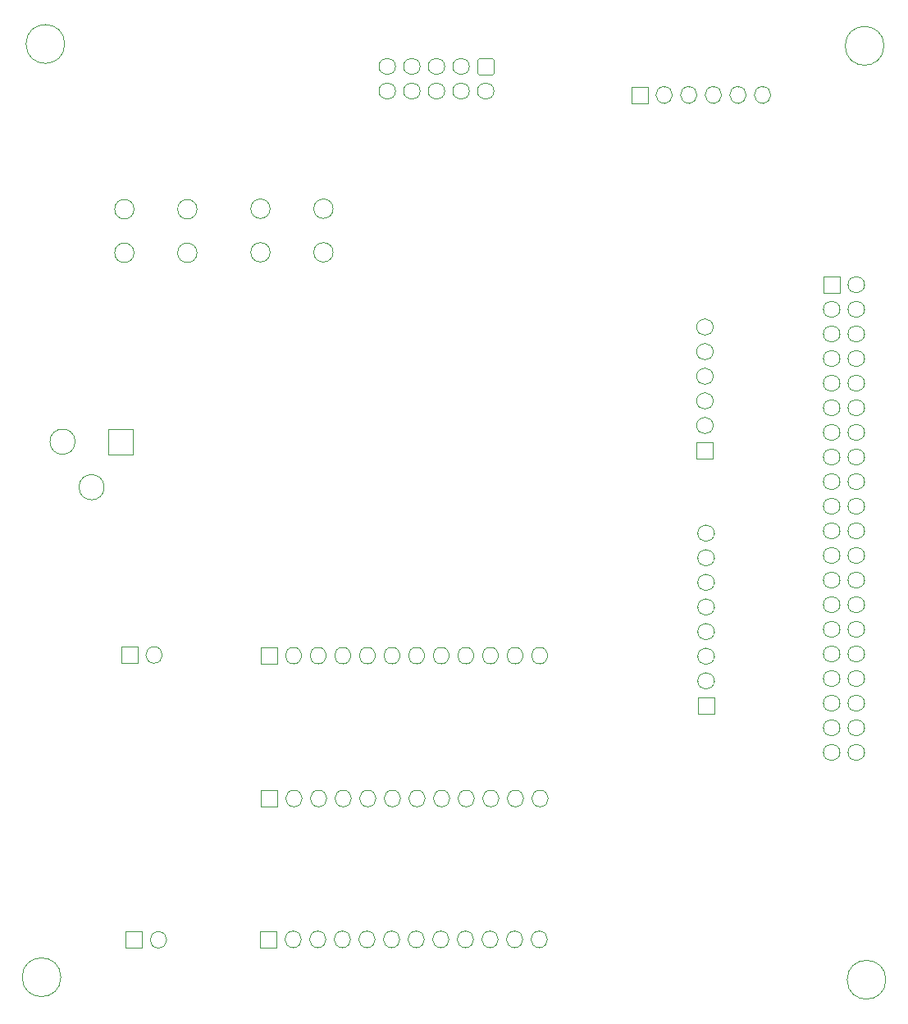
<source format=gbr>
%TF.GenerationSoftware,KiCad,Pcbnew,7.0.10*%
%TF.CreationDate,2024-03-07T12:21:26-07:00*%
%TF.ProjectId,Senior Design,53656e69-6f72-4204-9465-7369676e2e6b,rev?*%
%TF.SameCoordinates,Original*%
%TF.FileFunction,AssemblyDrawing,Bot*%
%FSLAX46Y46*%
G04 Gerber Fmt 4.6, Leading zero omitted, Abs format (unit mm)*
G04 Created by KiCad (PCBNEW 7.0.10) date 2024-03-07 12:21:26*
%MOMM*%
%LPD*%
G01*
G04 APERTURE LIST*
%ADD10C,0.100000*%
%ADD11C,0.100000*%
%TD*%
G04 APERTURE END LIST*
D10*
%TO.C,SENSOR1*%
X150730000Y-106160000D02*
X150730000Y-107860000D01*
X152430000Y-107860000D01*
X152430000Y-106160000D01*
X150730000Y-106160000D01*
X154120000Y-107860000D02*
X154120000Y-107860000D01*
X154120000Y-107860000D02*
G75*
G03*
X154120000Y-106160000I0J850000D01*
G01*
X154120000Y-106160000D02*
X154120000Y-106160000D01*
X154120000Y-106160000D02*
G75*
G03*
X154120000Y-107860000I0J-850000D01*
G01*
X156660000Y-107860000D02*
X156660000Y-107860000D01*
X156660000Y-107860000D02*
G75*
G03*
X156660000Y-106160000I0J850000D01*
G01*
X156660000Y-106160000D02*
X156660000Y-106160000D01*
X156660000Y-106160000D02*
G75*
G03*
X156660000Y-107860000I0J-850000D01*
G01*
X159200000Y-107860000D02*
X159200000Y-107860000D01*
X159200000Y-107860000D02*
G75*
G03*
X159200000Y-106160000I0J850000D01*
G01*
X159200000Y-106160000D02*
X159200000Y-106160000D01*
X159200000Y-106160000D02*
G75*
G03*
X159200000Y-107860000I0J-850000D01*
G01*
X161740000Y-107860000D02*
X161740000Y-107860000D01*
X161740000Y-107860000D02*
G75*
G03*
X161740000Y-106160000I0J850000D01*
G01*
X161740000Y-106160000D02*
X161740000Y-106160000D01*
X161740000Y-106160000D02*
G75*
G03*
X161740000Y-107860000I0J-850000D01*
G01*
X164280000Y-107860000D02*
X164280000Y-107860000D01*
X164280000Y-107860000D02*
G75*
G03*
X164280000Y-106160000I0J850000D01*
G01*
X164280000Y-106160000D02*
X164280000Y-106160000D01*
X164280000Y-106160000D02*
G75*
G03*
X164280000Y-107860000I0J-850000D01*
G01*
X166820000Y-107860000D02*
X166820000Y-107860000D01*
X166820000Y-107860000D02*
G75*
G03*
X166820000Y-106160000I0J850000D01*
G01*
X166820000Y-106160000D02*
X166820000Y-106160000D01*
X166820000Y-106160000D02*
G75*
G03*
X166820000Y-107860000I0J-850000D01*
G01*
X169360000Y-107860000D02*
X169360000Y-107860000D01*
X169360000Y-107860000D02*
G75*
G03*
X169360000Y-106160000I0J850000D01*
G01*
X169360000Y-106160000D02*
X169360000Y-106160000D01*
X169360000Y-106160000D02*
G75*
G03*
X169360000Y-107860000I0J-850000D01*
G01*
X171900000Y-107860000D02*
X171900000Y-107860000D01*
X171900000Y-107860000D02*
G75*
G03*
X171900000Y-106160000I0J850000D01*
G01*
X171900000Y-106160000D02*
X171900000Y-106160000D01*
X171900000Y-106160000D02*
G75*
G03*
X171900000Y-107860000I0J-850000D01*
G01*
X174440000Y-107860000D02*
X174440000Y-107860000D01*
X174440000Y-107860000D02*
G75*
G03*
X174440000Y-106160000I0J850000D01*
G01*
X174440000Y-106160000D02*
X174440000Y-106160000D01*
X174440000Y-106160000D02*
G75*
G03*
X174440000Y-107860000I0J-850000D01*
G01*
X176980000Y-107860000D02*
X176980000Y-107860000D01*
X176980000Y-107860000D02*
G75*
G03*
X176980000Y-106160000I0J850000D01*
G01*
X176980000Y-106160000D02*
X176980000Y-106160000D01*
X176980000Y-106160000D02*
G75*
G03*
X176980000Y-107860000I0J-850000D01*
G01*
X179520000Y-107860000D02*
X179520000Y-107860000D01*
X179520000Y-107860000D02*
G75*
G03*
X179520000Y-106160000I0J850000D01*
G01*
X179520000Y-106160000D02*
X179520000Y-106160000D01*
X179520000Y-106160000D02*
G75*
G03*
X179520000Y-107860000I0J-850000D01*
G01*
%TD*%
%TO.C,GOAL_BOT1*%
X136780000Y-135490000D02*
X136780000Y-137190000D01*
X138480000Y-137190000D01*
X138480000Y-135490000D01*
X136780000Y-135490000D01*
X140170000Y-137190000D02*
X140170000Y-137190000D01*
X140170000Y-137190000D02*
G75*
G03*
X140170000Y-135490000I0J850000D01*
G01*
X140170000Y-135490000D02*
X140170000Y-135490000D01*
X140170000Y-135490000D02*
G75*
G03*
X140170000Y-137190000I0J-850000D01*
G01*
%TD*%
%TO.C,BARREL_JACK1*%
X134970000Y-83640000D02*
X134970000Y-86240000D01*
X137570000Y-86240000D01*
X137570000Y-83640000D01*
X134970000Y-83640000D01*
X131570000Y-84940000D02*
G75*
G03*
X128970000Y-84940000I-1300000J0D01*
G01*
X128970000Y-84940000D02*
G75*
G03*
X131570000Y-84940000I1300000J0D01*
G01*
X134570000Y-89640000D02*
G75*
G03*
X131970000Y-89640000I-1300000J0D01*
G01*
X131970000Y-89640000D02*
G75*
G03*
X134570000Y-89640000I1300000J0D01*
G01*
%TD*%
%TO.C,USER_INTERFACE1*%
X195840000Y-111310000D02*
X195840000Y-113010000D01*
X197540000Y-113010000D01*
X197540000Y-111310000D01*
X195840000Y-111310000D01*
X197540000Y-109620000D02*
X197540000Y-109620000D01*
X197540000Y-109620000D02*
G75*
G03*
X195840000Y-109620000I-850000J0D01*
G01*
X195840000Y-109620000D02*
X195840000Y-109620000D01*
X195840000Y-109620000D02*
G75*
G03*
X197540000Y-109620000I850000J0D01*
G01*
X197540000Y-107080000D02*
X197540000Y-107080000D01*
X197540000Y-107080000D02*
G75*
G03*
X195840000Y-107080000I-850000J0D01*
G01*
X195840000Y-107080000D02*
X195840000Y-107080000D01*
X195840000Y-107080000D02*
G75*
G03*
X197540000Y-107080000I850000J0D01*
G01*
X197540000Y-104540000D02*
X197540000Y-104540000D01*
X197540000Y-104540000D02*
G75*
G03*
X195840000Y-104540000I-850000J0D01*
G01*
X195840000Y-104540000D02*
X195840000Y-104540000D01*
X195840000Y-104540000D02*
G75*
G03*
X197540000Y-104540000I850000J0D01*
G01*
X197540000Y-102000000D02*
X197540000Y-102000000D01*
X197540000Y-102000000D02*
G75*
G03*
X195840000Y-102000000I-850000J0D01*
G01*
X195840000Y-102000000D02*
X195840000Y-102000000D01*
X195840000Y-102000000D02*
G75*
G03*
X197540000Y-102000000I850000J0D01*
G01*
X197540000Y-99460000D02*
X197540000Y-99460000D01*
X197540000Y-99460000D02*
G75*
G03*
X195840000Y-99460000I-850000J0D01*
G01*
X195840000Y-99460000D02*
X195840000Y-99460000D01*
X195840000Y-99460000D02*
G75*
G03*
X197540000Y-99460000I850000J0D01*
G01*
X197540000Y-96920000D02*
X197540000Y-96920000D01*
X197540000Y-96920000D02*
G75*
G03*
X195840000Y-96920000I-850000J0D01*
G01*
X195840000Y-96920000D02*
X195840000Y-96920000D01*
X195840000Y-96920000D02*
G75*
G03*
X197540000Y-96920000I850000J0D01*
G01*
X197540000Y-94380000D02*
X197540000Y-94380000D01*
X197540000Y-94380000D02*
G75*
G03*
X195840000Y-94380000I-850000J0D01*
G01*
X195840000Y-94380000D02*
X195840000Y-94380000D01*
X195840000Y-94380000D02*
G75*
G03*
X197540000Y-94380000I850000J0D01*
G01*
%TD*%
%TO.C,PWM_PORT1*%
X195730000Y-84960000D02*
X195730000Y-86660000D01*
X197430000Y-86660000D01*
X197430000Y-84960000D01*
X195730000Y-84960000D01*
X197430000Y-83270000D02*
X197430000Y-83270000D01*
X197430000Y-83270000D02*
G75*
G03*
X195730000Y-83270000I-850000J0D01*
G01*
X195730000Y-83270000D02*
X195730000Y-83270000D01*
X195730000Y-83270000D02*
G75*
G03*
X197430000Y-83270000I850000J0D01*
G01*
X197430000Y-80730000D02*
X197430000Y-80730000D01*
X197430000Y-80730000D02*
G75*
G03*
X195730000Y-80730000I-850000J0D01*
G01*
X195730000Y-80730000D02*
X195730000Y-80730000D01*
X195730000Y-80730000D02*
G75*
G03*
X197430000Y-80730000I850000J0D01*
G01*
X197430000Y-78190000D02*
X197430000Y-78190000D01*
X197430000Y-78190000D02*
G75*
G03*
X195730000Y-78190000I-850000J0D01*
G01*
X195730000Y-78190000D02*
X195730000Y-78190000D01*
X195730000Y-78190000D02*
G75*
G03*
X197430000Y-78190000I850000J0D01*
G01*
X197430000Y-75650000D02*
X197430000Y-75650000D01*
X197430000Y-75650000D02*
G75*
G03*
X195730000Y-75650000I-850000J0D01*
G01*
X195730000Y-75650000D02*
X195730000Y-75650000D01*
X195730000Y-75650000D02*
G75*
G03*
X197430000Y-75650000I850000J0D01*
G01*
X197430000Y-73110000D02*
X197430000Y-73110000D01*
X197430000Y-73110000D02*
G75*
G03*
X195730000Y-73110000I-850000J0D01*
G01*
X195730000Y-73110000D02*
X195730000Y-73110000D01*
X195730000Y-73110000D02*
G75*
G03*
X197430000Y-73110000I850000J0D01*
G01*
%TD*%
%TO.C,H4*%
X215260000Y-140460000D02*
G75*
G03*
X211260000Y-140460000I-2000000J0D01*
G01*
X211260000Y-140460000D02*
G75*
G03*
X215260000Y-140460000I2000000J0D01*
G01*
%TD*%
%TO.C,Jetson_Nano1*%
X208810000Y-67890000D02*
X208810000Y-69590000D01*
X210510000Y-69590000D01*
X210510000Y-67890000D01*
X208810000Y-67890000D01*
X211350000Y-68740000D02*
X211350000Y-68740000D01*
X211350000Y-68740000D02*
G75*
G03*
X213050000Y-68740000I850000J0D01*
G01*
X213050000Y-68740000D02*
X213050000Y-68740000D01*
X213050000Y-68740000D02*
G75*
G03*
X211350000Y-68740000I-850000J0D01*
G01*
X208810000Y-71280000D02*
X208810000Y-71280000D01*
X208810000Y-71280000D02*
G75*
G03*
X210510000Y-71280000I850000J0D01*
G01*
X210510000Y-71280000D02*
X210510000Y-71280000D01*
X210510000Y-71280000D02*
G75*
G03*
X208810000Y-71280000I-850000J0D01*
G01*
X211350000Y-71280000D02*
X211350000Y-71280000D01*
X211350000Y-71280000D02*
G75*
G03*
X213050000Y-71280000I850000J0D01*
G01*
X213050000Y-71280000D02*
X213050000Y-71280000D01*
X213050000Y-71280000D02*
G75*
G03*
X211350000Y-71280000I-850000J0D01*
G01*
X208810000Y-73820000D02*
X208810000Y-73820000D01*
X208810000Y-73820000D02*
G75*
G03*
X210510000Y-73820000I850000J0D01*
G01*
X210510000Y-73820000D02*
X210510000Y-73820000D01*
X210510000Y-73820000D02*
G75*
G03*
X208810000Y-73820000I-850000J0D01*
G01*
X211350000Y-73820000D02*
X211350000Y-73820000D01*
X211350000Y-73820000D02*
G75*
G03*
X213050000Y-73820000I850000J0D01*
G01*
X213050000Y-73820000D02*
X213050000Y-73820000D01*
X213050000Y-73820000D02*
G75*
G03*
X211350000Y-73820000I-850000J0D01*
G01*
X208810000Y-76360000D02*
X208810000Y-76360000D01*
X208810000Y-76360000D02*
G75*
G03*
X210510000Y-76360000I850000J0D01*
G01*
X210510000Y-76360000D02*
X210510000Y-76360000D01*
X210510000Y-76360000D02*
G75*
G03*
X208810000Y-76360000I-850000J0D01*
G01*
X211350000Y-76360000D02*
X211350000Y-76360000D01*
X211350000Y-76360000D02*
G75*
G03*
X213050000Y-76360000I850000J0D01*
G01*
X213050000Y-76360000D02*
X213050000Y-76360000D01*
X213050000Y-76360000D02*
G75*
G03*
X211350000Y-76360000I-850000J0D01*
G01*
X208810000Y-78900000D02*
X208810000Y-78900000D01*
X208810000Y-78900000D02*
G75*
G03*
X210510000Y-78900000I850000J0D01*
G01*
X210510000Y-78900000D02*
X210510000Y-78900000D01*
X210510000Y-78900000D02*
G75*
G03*
X208810000Y-78900000I-850000J0D01*
G01*
X211350000Y-78900000D02*
X211350000Y-78900000D01*
X211350000Y-78900000D02*
G75*
G03*
X213050000Y-78900000I850000J0D01*
G01*
X213050000Y-78900000D02*
X213050000Y-78900000D01*
X213050000Y-78900000D02*
G75*
G03*
X211350000Y-78900000I-850000J0D01*
G01*
X208810000Y-81440000D02*
X208810000Y-81440000D01*
X208810000Y-81440000D02*
G75*
G03*
X210510000Y-81440000I850000J0D01*
G01*
X210510000Y-81440000D02*
X210510000Y-81440000D01*
X210510000Y-81440000D02*
G75*
G03*
X208810000Y-81440000I-850000J0D01*
G01*
X211350000Y-81440000D02*
X211350000Y-81440000D01*
X211350000Y-81440000D02*
G75*
G03*
X213050000Y-81440000I850000J0D01*
G01*
X213050000Y-81440000D02*
X213050000Y-81440000D01*
X213050000Y-81440000D02*
G75*
G03*
X211350000Y-81440000I-850000J0D01*
G01*
X208810000Y-83980000D02*
X208810000Y-83980000D01*
X208810000Y-83980000D02*
G75*
G03*
X210510000Y-83980000I850000J0D01*
G01*
X210510000Y-83980000D02*
X210510000Y-83980000D01*
X210510000Y-83980000D02*
G75*
G03*
X208810000Y-83980000I-850000J0D01*
G01*
X211350000Y-83980000D02*
X211350000Y-83980000D01*
X211350000Y-83980000D02*
G75*
G03*
X213050000Y-83980000I850000J0D01*
G01*
X213050000Y-83980000D02*
X213050000Y-83980000D01*
X213050000Y-83980000D02*
G75*
G03*
X211350000Y-83980000I-850000J0D01*
G01*
X208810000Y-86520000D02*
X208810000Y-86520000D01*
X208810000Y-86520000D02*
G75*
G03*
X210510000Y-86520000I850000J0D01*
G01*
X210510000Y-86520000D02*
X210510000Y-86520000D01*
X210510000Y-86520000D02*
G75*
G03*
X208810000Y-86520000I-850000J0D01*
G01*
X211350000Y-86520000D02*
X211350000Y-86520000D01*
X211350000Y-86520000D02*
G75*
G03*
X213050000Y-86520000I850000J0D01*
G01*
X213050000Y-86520000D02*
X213050000Y-86520000D01*
X213050000Y-86520000D02*
G75*
G03*
X211350000Y-86520000I-850000J0D01*
G01*
X208810000Y-89060000D02*
X208810000Y-89060000D01*
X208810000Y-89060000D02*
G75*
G03*
X210510000Y-89060000I850000J0D01*
G01*
X210510000Y-89060000D02*
X210510000Y-89060000D01*
X210510000Y-89060000D02*
G75*
G03*
X208810000Y-89060000I-850000J0D01*
G01*
X211350000Y-89060000D02*
X211350000Y-89060000D01*
X211350000Y-89060000D02*
G75*
G03*
X213050000Y-89060000I850000J0D01*
G01*
X213050000Y-89060000D02*
X213050000Y-89060000D01*
X213050000Y-89060000D02*
G75*
G03*
X211350000Y-89060000I-850000J0D01*
G01*
X208810000Y-91600000D02*
X208810000Y-91600000D01*
X208810000Y-91600000D02*
G75*
G03*
X210510000Y-91600000I850000J0D01*
G01*
X210510000Y-91600000D02*
X210510000Y-91600000D01*
X210510000Y-91600000D02*
G75*
G03*
X208810000Y-91600000I-850000J0D01*
G01*
X211350000Y-91600000D02*
X211350000Y-91600000D01*
X211350000Y-91600000D02*
G75*
G03*
X213050000Y-91600000I850000J0D01*
G01*
X213050000Y-91600000D02*
X213050000Y-91600000D01*
X213050000Y-91600000D02*
G75*
G03*
X211350000Y-91600000I-850000J0D01*
G01*
X208810000Y-94140000D02*
X208810000Y-94140000D01*
X208810000Y-94140000D02*
G75*
G03*
X210510000Y-94140000I850000J0D01*
G01*
X210510000Y-94140000D02*
X210510000Y-94140000D01*
X210510000Y-94140000D02*
G75*
G03*
X208810000Y-94140000I-850000J0D01*
G01*
X211350000Y-94140000D02*
X211350000Y-94140000D01*
X211350000Y-94140000D02*
G75*
G03*
X213050000Y-94140000I850000J0D01*
G01*
X213050000Y-94140000D02*
X213050000Y-94140000D01*
X213050000Y-94140000D02*
G75*
G03*
X211350000Y-94140000I-850000J0D01*
G01*
X208810000Y-96680000D02*
X208810000Y-96680000D01*
X208810000Y-96680000D02*
G75*
G03*
X210510000Y-96680000I850000J0D01*
G01*
X210510000Y-96680000D02*
X210510000Y-96680000D01*
X210510000Y-96680000D02*
G75*
G03*
X208810000Y-96680000I-850000J0D01*
G01*
X211350000Y-96680000D02*
X211350000Y-96680000D01*
X211350000Y-96680000D02*
G75*
G03*
X213050000Y-96680000I850000J0D01*
G01*
X213050000Y-96680000D02*
X213050000Y-96680000D01*
X213050000Y-96680000D02*
G75*
G03*
X211350000Y-96680000I-850000J0D01*
G01*
X208810000Y-99220000D02*
X208810000Y-99220000D01*
X208810000Y-99220000D02*
G75*
G03*
X210510000Y-99220000I850000J0D01*
G01*
X210510000Y-99220000D02*
X210510000Y-99220000D01*
X210510000Y-99220000D02*
G75*
G03*
X208810000Y-99220000I-850000J0D01*
G01*
X211350000Y-99220000D02*
X211350000Y-99220000D01*
X211350000Y-99220000D02*
G75*
G03*
X213050000Y-99220000I850000J0D01*
G01*
X213050000Y-99220000D02*
X213050000Y-99220000D01*
X213050000Y-99220000D02*
G75*
G03*
X211350000Y-99220000I-850000J0D01*
G01*
X208810000Y-101760000D02*
X208810000Y-101760000D01*
X208810000Y-101760000D02*
G75*
G03*
X210510000Y-101760000I850000J0D01*
G01*
X210510000Y-101760000D02*
X210510000Y-101760000D01*
X210510000Y-101760000D02*
G75*
G03*
X208810000Y-101760000I-850000J0D01*
G01*
X211350000Y-101760000D02*
X211350000Y-101760000D01*
X211350000Y-101760000D02*
G75*
G03*
X213050000Y-101760000I850000J0D01*
G01*
X213050000Y-101760000D02*
X213050000Y-101760000D01*
X213050000Y-101760000D02*
G75*
G03*
X211350000Y-101760000I-850000J0D01*
G01*
X208810000Y-104300000D02*
X208810000Y-104300000D01*
X208810000Y-104300000D02*
G75*
G03*
X210510000Y-104300000I850000J0D01*
G01*
X210510000Y-104300000D02*
X210510000Y-104300000D01*
X210510000Y-104300000D02*
G75*
G03*
X208810000Y-104300000I-850000J0D01*
G01*
X211350000Y-104300000D02*
X211350000Y-104300000D01*
X211350000Y-104300000D02*
G75*
G03*
X213050000Y-104300000I850000J0D01*
G01*
X213050000Y-104300000D02*
X213050000Y-104300000D01*
X213050000Y-104300000D02*
G75*
G03*
X211350000Y-104300000I-850000J0D01*
G01*
X208810000Y-106840000D02*
X208810000Y-106840000D01*
X208810000Y-106840000D02*
G75*
G03*
X210510000Y-106840000I850000J0D01*
G01*
X210510000Y-106840000D02*
X210510000Y-106840000D01*
X210510000Y-106840000D02*
G75*
G03*
X208810000Y-106840000I-850000J0D01*
G01*
X211350000Y-106840000D02*
X211350000Y-106840000D01*
X211350000Y-106840000D02*
G75*
G03*
X213050000Y-106840000I850000J0D01*
G01*
X213050000Y-106840000D02*
X213050000Y-106840000D01*
X213050000Y-106840000D02*
G75*
G03*
X211350000Y-106840000I-850000J0D01*
G01*
X208810000Y-109380000D02*
X208810000Y-109380000D01*
X208810000Y-109380000D02*
G75*
G03*
X210510000Y-109380000I850000J0D01*
G01*
X210510000Y-109380000D02*
X210510000Y-109380000D01*
X210510000Y-109380000D02*
G75*
G03*
X208810000Y-109380000I-850000J0D01*
G01*
X211350000Y-109380000D02*
X211350000Y-109380000D01*
X211350000Y-109380000D02*
G75*
G03*
X213050000Y-109380000I850000J0D01*
G01*
X213050000Y-109380000D02*
X213050000Y-109380000D01*
X213050000Y-109380000D02*
G75*
G03*
X211350000Y-109380000I-850000J0D01*
G01*
X208810000Y-111920000D02*
X208810000Y-111920000D01*
X208810000Y-111920000D02*
G75*
G03*
X210510000Y-111920000I850000J0D01*
G01*
X210510000Y-111920000D02*
X210510000Y-111920000D01*
X210510000Y-111920000D02*
G75*
G03*
X208810000Y-111920000I-850000J0D01*
G01*
X211350000Y-111920000D02*
X211350000Y-111920000D01*
X211350000Y-111920000D02*
G75*
G03*
X213050000Y-111920000I850000J0D01*
G01*
X213050000Y-111920000D02*
X213050000Y-111920000D01*
X213050000Y-111920000D02*
G75*
G03*
X211350000Y-111920000I-850000J0D01*
G01*
X208810000Y-114460000D02*
X208810000Y-114460000D01*
X208810000Y-114460000D02*
G75*
G03*
X210510000Y-114460000I850000J0D01*
G01*
X210510000Y-114460000D02*
X210510000Y-114460000D01*
X210510000Y-114460000D02*
G75*
G03*
X208810000Y-114460000I-850000J0D01*
G01*
X211350000Y-114460000D02*
X211350000Y-114460000D01*
X211350000Y-114460000D02*
G75*
G03*
X213050000Y-114460000I850000J0D01*
G01*
X213050000Y-114460000D02*
X213050000Y-114460000D01*
X213050000Y-114460000D02*
G75*
G03*
X211350000Y-114460000I-850000J0D01*
G01*
X208810000Y-117000000D02*
X208810000Y-117000000D01*
X208810000Y-117000000D02*
G75*
G03*
X210510000Y-117000000I850000J0D01*
G01*
X210510000Y-117000000D02*
X210510000Y-117000000D01*
X210510000Y-117000000D02*
G75*
G03*
X208810000Y-117000000I-850000J0D01*
G01*
X211350000Y-117000000D02*
X211350000Y-117000000D01*
X211350000Y-117000000D02*
G75*
G03*
X213050000Y-117000000I850000J0D01*
G01*
X213050000Y-117000000D02*
X213050000Y-117000000D01*
X213050000Y-117000000D02*
G75*
G03*
X211350000Y-117000000I-850000J0D01*
G01*
%TD*%
%TO.C,GOAL_USER1*%
X136330000Y-106100000D02*
X136330000Y-107800000D01*
X138030000Y-107800000D01*
X138030000Y-106100000D01*
X136330000Y-106100000D01*
X139720000Y-107800000D02*
X139720000Y-107800000D01*
X139720000Y-107800000D02*
G75*
G03*
X139720000Y-106100000I0J850000D01*
G01*
X139720000Y-106100000D02*
X139720000Y-106100000D01*
X139720000Y-106100000D02*
G75*
G03*
X139720000Y-107800000I0J-850000D01*
G01*
%TD*%
%TO.C,H3*%
X130100000Y-140200000D02*
G75*
G03*
X126100000Y-140200000I-2000000J0D01*
G01*
X126100000Y-140200000D02*
G75*
G03*
X130100000Y-140200000I2000000J0D01*
G01*
%TD*%
%TO.C,H1*%
X130500000Y-43900000D02*
G75*
G03*
X126500000Y-43900000I-2000000J0D01*
G01*
X126500000Y-43900000D02*
G75*
G03*
X130500000Y-43900000I2000000J0D01*
G01*
%TD*%
%TO.C,BOOT1*%
X151700000Y-60900000D02*
G75*
G03*
X149700000Y-60900000I-1000000J0D01*
G01*
X149700000Y-60900000D02*
G75*
G03*
X151700000Y-60900000I1000000J0D01*
G01*
X158200000Y-60900000D02*
G75*
G03*
X156200000Y-60900000I-1000000J0D01*
G01*
X156200000Y-60900000D02*
G75*
G03*
X158200000Y-60900000I1000000J0D01*
G01*
X151700000Y-65400000D02*
G75*
G03*
X149700000Y-65400000I-1000000J0D01*
G01*
X149700000Y-65400000D02*
G75*
G03*
X151700000Y-65400000I1000000J0D01*
G01*
X158200000Y-65400000D02*
G75*
G03*
X156200000Y-65400000I-1000000J0D01*
G01*
X156200000Y-65400000D02*
G75*
G03*
X158200000Y-65400000I1000000J0D01*
G01*
%TD*%
%TO.C,SENSOR2*%
X150770000Y-120910000D02*
X150770000Y-122610000D01*
X152470000Y-122610000D01*
X152470000Y-120910000D01*
X150770000Y-120910000D01*
X154160000Y-122610000D02*
X154160000Y-122610000D01*
X154160000Y-122610000D02*
G75*
G03*
X154160000Y-120910000I0J850000D01*
G01*
X154160000Y-120910000D02*
X154160000Y-120910000D01*
X154160000Y-120910000D02*
G75*
G03*
X154160000Y-122610000I0J-850000D01*
G01*
X156700000Y-122610000D02*
X156700000Y-122610000D01*
X156700000Y-122610000D02*
G75*
G03*
X156700000Y-120910000I0J850000D01*
G01*
X156700000Y-120910000D02*
X156700000Y-120910000D01*
X156700000Y-120910000D02*
G75*
G03*
X156700000Y-122610000I0J-850000D01*
G01*
X159240000Y-122610000D02*
X159240000Y-122610000D01*
X159240000Y-122610000D02*
G75*
G03*
X159240000Y-120910000I0J850000D01*
G01*
X159240000Y-120910000D02*
X159240000Y-120910000D01*
X159240000Y-120910000D02*
G75*
G03*
X159240000Y-122610000I0J-850000D01*
G01*
X161780000Y-122610000D02*
X161780000Y-122610000D01*
X161780000Y-122610000D02*
G75*
G03*
X161780000Y-120910000I0J850000D01*
G01*
X161780000Y-120910000D02*
X161780000Y-120910000D01*
X161780000Y-120910000D02*
G75*
G03*
X161780000Y-122610000I0J-850000D01*
G01*
X164320000Y-122610000D02*
X164320000Y-122610000D01*
X164320000Y-122610000D02*
G75*
G03*
X164320000Y-120910000I0J850000D01*
G01*
X164320000Y-120910000D02*
X164320000Y-120910000D01*
X164320000Y-120910000D02*
G75*
G03*
X164320000Y-122610000I0J-850000D01*
G01*
X166860000Y-122610000D02*
X166860000Y-122610000D01*
X166860000Y-122610000D02*
G75*
G03*
X166860000Y-120910000I0J850000D01*
G01*
X166860000Y-120910000D02*
X166860000Y-120910000D01*
X166860000Y-120910000D02*
G75*
G03*
X166860000Y-122610000I0J-850000D01*
G01*
X169400000Y-122610000D02*
X169400000Y-122610000D01*
X169400000Y-122610000D02*
G75*
G03*
X169400000Y-120910000I0J850000D01*
G01*
X169400000Y-120910000D02*
X169400000Y-120910000D01*
X169400000Y-120910000D02*
G75*
G03*
X169400000Y-122610000I0J-850000D01*
G01*
X171940000Y-122610000D02*
X171940000Y-122610000D01*
X171940000Y-122610000D02*
G75*
G03*
X171940000Y-120910000I0J850000D01*
G01*
X171940000Y-120910000D02*
X171940000Y-120910000D01*
X171940000Y-120910000D02*
G75*
G03*
X171940000Y-122610000I0J-850000D01*
G01*
X174480000Y-122610000D02*
X174480000Y-122610000D01*
X174480000Y-122610000D02*
G75*
G03*
X174480000Y-120910000I0J850000D01*
G01*
X174480000Y-120910000D02*
X174480000Y-120910000D01*
X174480000Y-120910000D02*
G75*
G03*
X174480000Y-122610000I0J-850000D01*
G01*
X177020000Y-122610000D02*
X177020000Y-122610000D01*
X177020000Y-122610000D02*
G75*
G03*
X177020000Y-120910000I0J850000D01*
G01*
X177020000Y-120910000D02*
X177020000Y-120910000D01*
X177020000Y-120910000D02*
G75*
G03*
X177020000Y-122610000I0J-850000D01*
G01*
X179560000Y-122610000D02*
X179560000Y-122610000D01*
X179560000Y-122610000D02*
G75*
G03*
X179560000Y-120910000I0J850000D01*
G01*
X179560000Y-120910000D02*
X179560000Y-120910000D01*
X179560000Y-120910000D02*
G75*
G03*
X179560000Y-122610000I0J-850000D01*
G01*
%TD*%
D11*
%TO.C,10pin_IDC_SWD1*%
D10*
X174550000Y-45370000D02*
X174645671Y-45389030D01*
X174726777Y-45443223D01*
X174780970Y-45524329D01*
X174800000Y-45620000D01*
X174800000Y-46820000D01*
X174780970Y-46915671D01*
X174726777Y-46996777D01*
X174645671Y-47050970D01*
X174550000Y-47070000D01*
X173350000Y-47070000D01*
X173254329Y-47050970D01*
X173173223Y-46996777D01*
X173119030Y-46915671D01*
X173100000Y-46820000D01*
X173100000Y-45620000D01*
X173119030Y-45524329D01*
X173173223Y-45443223D01*
X173254329Y-45389030D01*
X173350000Y-45370000D01*
X174550000Y-45370000D01*
X172260000Y-46220000D02*
G75*
G03*
X170560000Y-46220000I-850000J0D01*
G01*
X170560000Y-46220000D02*
G75*
G03*
X172260000Y-46220000I850000J0D01*
G01*
X169720000Y-46220000D02*
G75*
G03*
X168020000Y-46220000I-850000J0D01*
G01*
X168020000Y-46220000D02*
G75*
G03*
X169720000Y-46220000I850000J0D01*
G01*
X167180000Y-46220000D02*
G75*
G03*
X165480000Y-46220000I-850000J0D01*
G01*
X165480000Y-46220000D02*
G75*
G03*
X167180000Y-46220000I850000J0D01*
G01*
X164640000Y-46220000D02*
G75*
G03*
X162940000Y-46220000I-850000J0D01*
G01*
X162940000Y-46220000D02*
G75*
G03*
X164640000Y-46220000I850000J0D01*
G01*
X174800000Y-48760000D02*
G75*
G03*
X173100000Y-48760000I-850000J0D01*
G01*
X173100000Y-48760000D02*
G75*
G03*
X174800000Y-48760000I850000J0D01*
G01*
X172260000Y-48760000D02*
G75*
G03*
X170560000Y-48760000I-850000J0D01*
G01*
X170560000Y-48760000D02*
G75*
G03*
X172260000Y-48760000I850000J0D01*
G01*
X169720000Y-48760000D02*
G75*
G03*
X168020000Y-48760000I-850000J0D01*
G01*
X168020000Y-48760000D02*
G75*
G03*
X169720000Y-48760000I850000J0D01*
G01*
X167180000Y-48760000D02*
G75*
G03*
X165480000Y-48760000I-850000J0D01*
G01*
X165480000Y-48760000D02*
G75*
G03*
X167180000Y-48760000I850000J0D01*
G01*
X164640000Y-48760000D02*
G75*
G03*
X162940000Y-48760000I-850000J0D01*
G01*
X162940000Y-48760000D02*
G75*
G03*
X164640000Y-48760000I850000J0D01*
G01*
%TD*%
%TO.C,Serial_Adapter1*%
X188980000Y-48300000D02*
X188980000Y-50000000D01*
X190680000Y-50000000D01*
X190680000Y-48300000D01*
X188980000Y-48300000D01*
X192370000Y-50000000D02*
X192370000Y-50000000D01*
X192370000Y-50000000D02*
G75*
G03*
X192370000Y-48300000I0J850000D01*
G01*
X192370000Y-48300000D02*
X192370000Y-48300000D01*
X192370000Y-48300000D02*
G75*
G03*
X192370000Y-50000000I0J-850000D01*
G01*
X194910000Y-50000000D02*
X194910000Y-50000000D01*
X194910000Y-50000000D02*
G75*
G03*
X194910000Y-48300000I0J850000D01*
G01*
X194910000Y-48300000D02*
X194910000Y-48300000D01*
X194910000Y-48300000D02*
G75*
G03*
X194910000Y-50000000I0J-850000D01*
G01*
X197450000Y-50000000D02*
X197450000Y-50000000D01*
X197450000Y-50000000D02*
G75*
G03*
X197450000Y-48300000I0J850000D01*
G01*
X197450000Y-48300000D02*
X197450000Y-48300000D01*
X197450000Y-48300000D02*
G75*
G03*
X197450000Y-50000000I0J-850000D01*
G01*
X199990000Y-50000000D02*
X199990000Y-50000000D01*
X199990000Y-50000000D02*
G75*
G03*
X199990000Y-48300000I0J850000D01*
G01*
X199990000Y-48300000D02*
X199990000Y-48300000D01*
X199990000Y-48300000D02*
G75*
G03*
X199990000Y-50000000I0J-850000D01*
G01*
X202530000Y-50000000D02*
X202530000Y-50000000D01*
X202530000Y-50000000D02*
G75*
G03*
X202530000Y-48300000I0J850000D01*
G01*
X202530000Y-48300000D02*
X202530000Y-48300000D01*
X202530000Y-48300000D02*
G75*
G03*
X202530000Y-50000000I0J-850000D01*
G01*
%TD*%
%TO.C,H2*%
X215060000Y-44090000D02*
G75*
G03*
X211060000Y-44090000I-2000000J0D01*
G01*
X211060000Y-44090000D02*
G75*
G03*
X215060000Y-44090000I2000000J0D01*
G01*
%TD*%
%TO.C,RESET1*%
X137650000Y-60950000D02*
G75*
G03*
X135650000Y-60950000I-1000000J0D01*
G01*
X135650000Y-60950000D02*
G75*
G03*
X137650000Y-60950000I1000000J0D01*
G01*
X144150000Y-60950000D02*
G75*
G03*
X142150000Y-60950000I-1000000J0D01*
G01*
X142150000Y-60950000D02*
G75*
G03*
X144150000Y-60950000I1000000J0D01*
G01*
X137650000Y-65450000D02*
G75*
G03*
X135650000Y-65450000I-1000000J0D01*
G01*
X135650000Y-65450000D02*
G75*
G03*
X137650000Y-65450000I1000000J0D01*
G01*
X144150000Y-65450000D02*
G75*
G03*
X142150000Y-65450000I-1000000J0D01*
G01*
X142150000Y-65450000D02*
G75*
G03*
X144150000Y-65450000I1000000J0D01*
G01*
%TD*%
%TO.C,SENSOR3*%
X150690000Y-135440000D02*
X150690000Y-137140000D01*
X152390000Y-137140000D01*
X152390000Y-135440000D01*
X150690000Y-135440000D01*
X154080000Y-137140000D02*
X154080000Y-137140000D01*
X154080000Y-137140000D02*
G75*
G03*
X154080000Y-135440000I0J850000D01*
G01*
X154080000Y-135440000D02*
X154080000Y-135440000D01*
X154080000Y-135440000D02*
G75*
G03*
X154080000Y-137140000I0J-850000D01*
G01*
X156620000Y-137140000D02*
X156620000Y-137140000D01*
X156620000Y-137140000D02*
G75*
G03*
X156620000Y-135440000I0J850000D01*
G01*
X156620000Y-135440000D02*
X156620000Y-135440000D01*
X156620000Y-135440000D02*
G75*
G03*
X156620000Y-137140000I0J-850000D01*
G01*
X159160000Y-137140000D02*
X159160000Y-137140000D01*
X159160000Y-137140000D02*
G75*
G03*
X159160000Y-135440000I0J850000D01*
G01*
X159160000Y-135440000D02*
X159160000Y-135440000D01*
X159160000Y-135440000D02*
G75*
G03*
X159160000Y-137140000I0J-850000D01*
G01*
X161700000Y-137140000D02*
X161700000Y-137140000D01*
X161700000Y-137140000D02*
G75*
G03*
X161700000Y-135440000I0J850000D01*
G01*
X161700000Y-135440000D02*
X161700000Y-135440000D01*
X161700000Y-135440000D02*
G75*
G03*
X161700000Y-137140000I0J-850000D01*
G01*
X164240000Y-137140000D02*
X164240000Y-137140000D01*
X164240000Y-137140000D02*
G75*
G03*
X164240000Y-135440000I0J850000D01*
G01*
X164240000Y-135440000D02*
X164240000Y-135440000D01*
X164240000Y-135440000D02*
G75*
G03*
X164240000Y-137140000I0J-850000D01*
G01*
X166780000Y-137140000D02*
X166780000Y-137140000D01*
X166780000Y-137140000D02*
G75*
G03*
X166780000Y-135440000I0J850000D01*
G01*
X166780000Y-135440000D02*
X166780000Y-135440000D01*
X166780000Y-135440000D02*
G75*
G03*
X166780000Y-137140000I0J-850000D01*
G01*
X169320000Y-137140000D02*
X169320000Y-137140000D01*
X169320000Y-137140000D02*
G75*
G03*
X169320000Y-135440000I0J850000D01*
G01*
X169320000Y-135440000D02*
X169320000Y-135440000D01*
X169320000Y-135440000D02*
G75*
G03*
X169320000Y-137140000I0J-850000D01*
G01*
X171860000Y-137140000D02*
X171860000Y-137140000D01*
X171860000Y-137140000D02*
G75*
G03*
X171860000Y-135440000I0J850000D01*
G01*
X171860000Y-135440000D02*
X171860000Y-135440000D01*
X171860000Y-135440000D02*
G75*
G03*
X171860000Y-137140000I0J-850000D01*
G01*
X174400000Y-137140000D02*
X174400000Y-137140000D01*
X174400000Y-137140000D02*
G75*
G03*
X174400000Y-135440000I0J850000D01*
G01*
X174400000Y-135440000D02*
X174400000Y-135440000D01*
X174400000Y-135440000D02*
G75*
G03*
X174400000Y-137140000I0J-850000D01*
G01*
X176940000Y-137140000D02*
X176940000Y-137140000D01*
X176940000Y-137140000D02*
G75*
G03*
X176940000Y-135440000I0J850000D01*
G01*
X176940000Y-135440000D02*
X176940000Y-135440000D01*
X176940000Y-135440000D02*
G75*
G03*
X176940000Y-137140000I0J-850000D01*
G01*
X179480000Y-137140000D02*
X179480000Y-137140000D01*
X179480000Y-137140000D02*
G75*
G03*
X179480000Y-135440000I0J850000D01*
G01*
X179480000Y-135440000D02*
X179480000Y-135440000D01*
X179480000Y-135440000D02*
G75*
G03*
X179480000Y-137140000I0J-850000D01*
G01*
%TD*%
M02*

</source>
